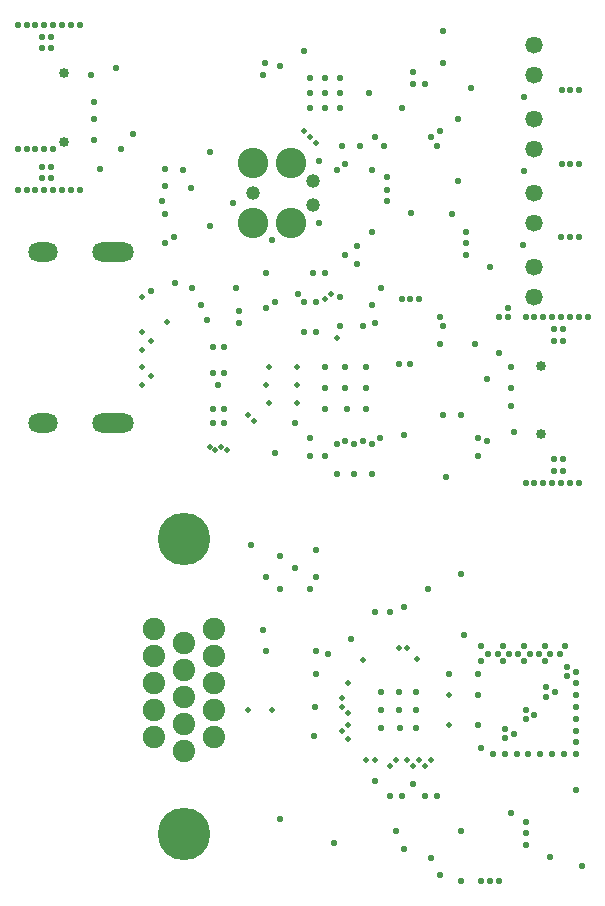
<source format=gbs>
%FSLAX46Y46*%
%MOMM*%
%AMPS11*
1,1,1.895000,0.000000,0.000000*
%
%ADD11PS11*%
%AMPS12*
1,1,4.446000,0.000000,0.000000*
%
%ADD12PS12*%
%AMPS20*
1,1,0.550000,0.000000,0.000000*
%
%ADD20PS20*%
%AMPS21*
1,1,0.500000,0.000000,0.000000*
%
%ADD21PS21*%
%AMPS18*
21,1,1.800000,1.700000,0.000000,0.000000,0.000000*
1,1,1.700000,0.900000,0.000000*
1,1,1.700000,-0.900000,0.000000*
%
%ADD18PS18*%
%AMPS19*
21,1,0.800000,1.700000,0.000000,0.000000,0.000000*
1,1,1.700000,0.400000,0.000000*
1,1,1.700000,-0.400000,0.000000*
%
%ADD19PS19*%
%AMPS14*
1,1,2.575000,0.000000,0.000000*
%
%ADD14PS14*%
%AMPS15*
1,1,2.575000,0.000000,0.000000*
%
%ADD15PS15*%
%AMPS10*
1,1,1.470000,0.000000,0.000000*
%
%ADD10PS10*%
%AMPS17*
1,1,0.850000,0.000000,0.000000*
%
%ADD17PS17*%
%AMPS13*
1,1,0.850000,0.000000,0.000000*
%
%ADD13PS13*%
%AMPS16*
1,1,1.190600,0.000000,0.000000*
%
%ADD16PS16*%
G01*
%LPD*%
G01*
%LPD*%
G75*
D10*
X36500000Y26770400D03*
D10*
X36500000Y24230401D03*
D11*
X6850000Y-18185000D03*
D11*
X4310000Y-19330000D03*
D11*
X4310000Y-10170000D03*
D11*
X4310000Y-12460000D03*
D11*
X6850000Y-11315000D03*
D11*
X4310000Y-14750000D03*
D11*
X6850000Y-13605000D03*
D11*
X9390000Y-12460000D03*
D11*
X9390000Y-17040000D03*
D11*
X6850000Y-15895000D03*
D11*
X9390000Y-19330000D03*
D11*
X9390000Y-10170000D03*
D11*
X6850000Y-20475000D03*
D11*
X4310000Y-17040000D03*
D12*
X6850000Y-27495000D03*
D12*
X6850000Y-2505000D03*
D11*
X9390000Y-14750000D03*
D10*
X36500000Y20520400D03*
D10*
X36500000Y17980401D03*
D13*
X-3320000Y36890000D03*
D13*
X-3320000Y31110000D03*
D14*
X12710000Y29290000D03*
D14*
X15885000Y29290000D03*
D15*
X12710000Y24210000D03*
D16*
X17790000Y27766000D03*
D16*
X17790000Y25734000D03*
D16*
X12710000Y26750000D03*
D15*
X15885000Y24210000D03*
D17*
X37070000Y6360000D03*
D17*
X37070000Y12140000D03*
D10*
X36500000Y33020400D03*
D10*
X36500000Y30480401D03*
D18*
X860000Y7250000D03*
D18*
X860000Y21750000D03*
D19*
X-5100000Y21750000D03*
D19*
X-5100000Y7250000D03*
D10*
X36500000Y39270400D03*
D10*
X36500000Y36730401D03*
D20*
X18750000Y10250000D03*
D20*
X24050000Y27049890D03*
D20*
X18750000Y8500000D03*
D20*
X17500000Y6000000D03*
D20*
X22750000Y17250000D03*
D20*
X11500000Y15750000D03*
D20*
X28250000Y-24250000D03*
D21*
X24250000Y-21750000D03*
D20*
X30250000Y-5500000D03*
D21*
X4000000Y11250000D03*
D21*
X26600000Y-12650000D03*
D20*
X32600000Y-12250000D03*
D20*
X28500000Y32000000D03*
D20*
X37500000Y-15900000D03*
D20*
X36000000Y-20750000D03*
D20*
X36500000Y16250000D03*
D20*
X23500000Y-15500000D03*
D21*
X20250000Y-18750000D03*
D20*
X17875000Y-19250000D03*
D20*
X14250000Y22750000D03*
D20*
X-2000000Y41000000D03*
D20*
X40250000Y23000000D03*
D20*
X18000000Y-5750000D03*
D21*
X14250000Y-17000000D03*
D20*
X38000000Y-20750000D03*
D20*
X21750000Y30750000D03*
D20*
X37000000Y-20750000D03*
D20*
X23500000Y-17000000D03*
D20*
X40500000Y-30250000D03*
D20*
X24750000Y-27250000D03*
D20*
X37800000Y-29450000D03*
D20*
X26250000Y-23250000D03*
D20*
X18750000Y35250000D03*
D20*
X22500000Y35250000D03*
D20*
X13750000Y17000000D03*
D20*
X22000000Y5750000D03*
D21*
X20750000Y-17250000D03*
D20*
X-5000000Y27000000D03*
D21*
X3250000Y13500000D03*
D20*
X29525000Y24950000D03*
D20*
X33000000Y-20750000D03*
D20*
X39000000Y-20750000D03*
D20*
X33500000Y-31500000D03*
D20*
X25125000Y-18500000D03*
D20*
X40000000Y-19750000D03*
D20*
X9000000Y30250000D03*
D21*
X27750000Y-21250000D03*
D20*
X32000000Y-31500000D03*
D20*
X40250000Y2250000D03*
D21*
X23000000Y-21250000D03*
D20*
X33875000Y-12875000D03*
D20*
X35750000Y2250000D03*
D20*
X26750000Y17750000D03*
D20*
X40000000Y-14750000D03*
D20*
X18750002Y36499999D03*
D20*
X16500000Y18250000D03*
D20*
X8750000Y16000000D03*
D20*
X26000000Y17750000D03*
D20*
X34520000Y10250000D03*
D20*
X26050000Y25049890D03*
D20*
X38000000Y16250000D03*
D20*
X23458871Y6020565D03*
D20*
X34000000Y-20750000D03*
D21*
X12250000Y7995000D03*
D21*
X16425000Y10500000D03*
D20*
X-5160000Y28000000D03*
D20*
X30750000Y23500000D03*
D20*
X18250000Y24250000D03*
D20*
X5250000Y22500000D03*
D20*
X25500000Y-28750000D03*
D20*
X16250000Y-5000000D03*
D20*
X35550000Y22375000D03*
D20*
X20000002Y35249999D03*
D20*
X33500000Y13250000D03*
D21*
X27250000Y-21750000D03*
D20*
X18750000Y20000000D03*
D20*
X35750000Y-17800000D03*
D20*
X36100000Y-12250000D03*
D20*
X9250000Y13750000D03*
D20*
X37500000Y-15100000D03*
D21*
X3250000Y17995000D03*
D20*
X-5750000Y27000000D03*
D20*
X19750000Y5500000D03*
D20*
X1095799Y37325633D03*
D20*
X35600000Y34875000D03*
D20*
X35150000Y-12250000D03*
D20*
X20500000Y5750000D03*
D20*
X17500000Y4500000D03*
D20*
X23750000Y30750000D03*
D20*
X-5000000Y41000000D03*
D20*
X22750000Y3000000D03*
D20*
X22250000Y10250000D03*
D20*
X40250000Y16250000D03*
D20*
X25000000Y-17000000D03*
D20*
X15000000Y-6750000D03*
D20*
X18000000Y17500000D03*
D20*
X9000000Y24000000D03*
D20*
X35750000Y-17000000D03*
D21*
X3250000Y15000000D03*
D21*
X3250000Y10500000D03*
D20*
X23500000Y18750000D03*
D20*
X-6500000Y30500000D03*
D20*
X5250000Y25000000D03*
D20*
X16250000Y7250000D03*
D21*
X29250000Y-18250000D03*
D20*
X17500002Y36499999D03*
D20*
X35800000Y-27450000D03*
D20*
X28750000Y40500000D03*
D20*
X40000000Y-16750000D03*
D20*
X35800000Y-26450000D03*
D20*
X-3500000Y41000000D03*
D20*
X41000000Y16250000D03*
D20*
X39500000Y2250000D03*
D20*
X23000000Y31500000D03*
D21*
X14000000Y12000000D03*
D20*
X39500000Y16250000D03*
D21*
X9000000Y5250000D03*
D21*
X16970000Y32030000D03*
D20*
X35625000Y-12875000D03*
D20*
X28500000Y-31000000D03*
D20*
X18750000Y4500000D03*
D20*
X39125000Y-11625000D03*
D20*
X-2000000Y27000000D03*
D20*
X15000000Y-26250000D03*
D21*
X16425000Y12000000D03*
D20*
X34250000Y17000000D03*
D20*
X20000000Y18000000D03*
D20*
X38650000Y-12250000D03*
D20*
X37250000Y16250000D03*
D20*
X-3500000Y27000000D03*
D20*
X30000000Y27750000D03*
D20*
X27750000Y31500000D03*
D21*
X16424686Y9000163D03*
D20*
X6075000Y19175000D03*
D21*
X20750000Y-14750000D03*
D20*
X21500000Y20750000D03*
D20*
X20500000Y29250000D03*
D21*
X12750000Y7500000D03*
D21*
X3250000Y12000000D03*
D20*
X20000002Y33999999D03*
D20*
X18000000Y-12000000D03*
D20*
X24250000Y-8750000D03*
D20*
X39250000Y-14150000D03*
D20*
X40000000Y-18750000D03*
D20*
X25500000Y-8250000D03*
D20*
X-4250000Y27000000D03*
D20*
X13750000Y20000000D03*
D20*
X18750000Y12000000D03*
D20*
X33500000Y16250000D03*
D20*
X22750000Y28750000D03*
D21*
X26250000Y-21750000D03*
D20*
X25250000Y17750000D03*
D20*
X13500000Y-10250000D03*
D20*
X30250000Y-31500000D03*
D20*
X17000000Y38750000D03*
D20*
X33400000Y-12250000D03*
D20*
X20250000Y30750000D03*
D20*
X10250000Y13750000D03*
D20*
X40300000Y29250000D03*
D20*
X39250000Y-13350000D03*
D20*
X20000000Y15500000D03*
D20*
X29000000Y2750000D03*
D20*
X-6500000Y41000000D03*
D20*
X30750000Y22500000D03*
D21*
X22250000Y-21250000D03*
D20*
X26250000Y37000000D03*
D20*
X17500002Y33999999D03*
D20*
X38000000Y2250000D03*
D20*
X24250000Y-24250000D03*
D20*
X-5160000Y40000000D03*
D20*
X31750000Y-15750000D03*
D20*
X20500000Y21500000D03*
D20*
X26000000Y12250000D03*
D20*
X-288949Y28824203D03*
D21*
X24750000Y-21225000D03*
D21*
X14000000Y9000000D03*
D20*
X9250000Y7250000D03*
D20*
X32000000Y-20250000D03*
D20*
X1500000Y30500000D03*
D20*
X-7250000Y30500000D03*
D20*
X32000000Y-11625000D03*
D21*
X20750000Y-18250000D03*
D20*
X13750000Y-5750000D03*
D20*
X18000000Y-14000000D03*
D20*
X30250000Y8000000D03*
D20*
X38250000Y-15500000D03*
D20*
X6000000Y23000000D03*
D20*
X30750000Y21500000D03*
D20*
X35800000Y-28450000D03*
D20*
X19500000Y-28250000D03*
D20*
X4961051Y26074203D03*
D20*
X23000000Y-8750000D03*
D20*
X28750000Y15500000D03*
D20*
X10250000Y7250000D03*
D20*
X22750000Y5500000D03*
D20*
X26250000Y36000000D03*
D20*
X37375000Y-11625000D03*
D20*
X26500000Y-15500000D03*
D20*
X30250000Y-27250000D03*
D21*
X29250000Y-15750000D03*
D20*
X-770000Y33000000D03*
D21*
X13750000Y10500000D03*
D21*
X12250000Y-17000000D03*
D20*
X15000000Y37500000D03*
D20*
X19750000Y28750000D03*
D20*
X32000000Y-12875000D03*
D20*
X35600000Y28625000D03*
D20*
X5211051Y28824203D03*
D20*
X2500000Y31750000D03*
D20*
X-4410000Y29000000D03*
D20*
X38750000Y16250000D03*
D20*
X34250000Y16250000D03*
D20*
X11500000Y16750000D03*
D21*
X10000000Y5250000D03*
D20*
X25250000Y34000000D03*
D20*
X18250000Y29500000D03*
D20*
X9250000Y8500000D03*
D20*
X22250000Y12000000D03*
D20*
X-4410000Y39000000D03*
D20*
X15000000Y-4000000D03*
D20*
X28500000Y14000000D03*
D20*
X17500000Y-6750000D03*
D20*
X27500000Y-6750000D03*
D20*
X20500000Y12000000D03*
D20*
X38800000Y35500000D03*
D20*
X20500000Y10250000D03*
D20*
X9250000Y11500000D03*
D20*
X27750000Y-29500000D03*
D20*
X-2750000Y41000000D03*
D20*
X38910000Y3250000D03*
D20*
X27250000Y-24250000D03*
D20*
X-5000000Y30500000D03*
D20*
X38750000Y23000000D03*
D20*
X38800000Y29250000D03*
D21*
X20250000Y-16000000D03*
D20*
X18750002Y33999999D03*
D20*
X39500000Y23000000D03*
D21*
X22000000Y-12750000D03*
D20*
X40000000Y-17750000D03*
D21*
X4000000Y14250000D03*
D20*
X4000000Y18500000D03*
D20*
X-6500000Y27000000D03*
D20*
X22250000Y8500000D03*
D20*
X-5750000Y41000000D03*
D20*
X31500000Y14000000D03*
D20*
X25500000Y6250000D03*
D20*
X-5160000Y39000000D03*
D20*
X31750000Y6000000D03*
D20*
X21000000Y-11000000D03*
D20*
X38160000Y4250000D03*
D21*
X5425000Y15825000D03*
D20*
X13750000Y-12000000D03*
D20*
X-770000Y34500000D03*
D20*
X30000000Y33000000D03*
D20*
X37250000Y2250000D03*
D20*
X32750000Y-31500000D03*
D20*
X34520000Y12000000D03*
D20*
X-1020000Y36750000D03*
D20*
X35625000Y-11625000D03*
D21*
X25750000Y-11750000D03*
D20*
X10250000Y8500000D03*
D20*
X38750000Y2250000D03*
D20*
X38160000Y15250000D03*
D20*
X23500000Y-18500000D03*
D20*
X19750000Y3000000D03*
D20*
X13500000Y36750000D03*
D20*
X33875000Y-11625000D03*
D20*
X28250000Y30750000D03*
D20*
X17750000Y20000000D03*
D20*
X31750000Y-14000000D03*
D20*
X-2750000Y27000000D03*
D20*
X24050000Y28105000D03*
D20*
X7500000Y18750000D03*
D20*
X26500000Y-17000000D03*
D20*
X34750000Y-19000000D03*
D20*
X34000000Y-19400000D03*
D20*
X11250000Y18750000D03*
D20*
X38910000Y15250000D03*
D21*
X18000000Y31000000D03*
D20*
X35000000Y-20750000D03*
D20*
X32500000Y11000000D03*
D20*
X-7250000Y27000000D03*
D20*
X14500000Y4750000D03*
D20*
X18000000Y15000000D03*
D20*
X28500000Y16250000D03*
D20*
X25000000Y12250000D03*
D20*
X23000000Y-23000000D03*
D20*
X31115000Y35635000D03*
D20*
X31750000Y4500000D03*
D21*
X26750000Y-21250000D03*
D20*
X40000000Y-13750000D03*
D20*
X38160000Y14250000D03*
D20*
X21250000Y3000000D03*
D20*
X29250000Y-14000000D03*
D20*
X31750000Y-18250000D03*
D21*
X25750000Y-21250000D03*
D20*
X38910000Y4250000D03*
D21*
X9500000Y5000000D03*
D20*
X28750000Y37750000D03*
D20*
X12500000Y-3000000D03*
D20*
X7450388Y27195104D03*
D20*
X25000000Y-15500000D03*
D20*
X39550000Y35500000D03*
D20*
X20000002Y36499999D03*
D21*
X19745000Y14500000D03*
D20*
X38160000Y3250000D03*
D20*
X8250000Y17250000D03*
D21*
X18750000Y17750000D03*
D21*
X20250000Y-16750000D03*
D20*
X36900000Y-12250000D03*
D20*
X22000000Y15500000D03*
D20*
X-4250000Y30500000D03*
D20*
X27250000Y36000000D03*
D20*
X-7250000Y41000000D03*
D20*
X37850000Y-12250000D03*
D20*
X38910000Y14250000D03*
D20*
X34500000Y-25750000D03*
D20*
X37375000Y-12875000D03*
D20*
X20625000Y8500000D03*
D21*
X10500000Y5000000D03*
D20*
X21250000Y5500000D03*
D21*
X17500000Y31530000D03*
D20*
X40000000Y-23750000D03*
D20*
X39550000Y29250000D03*
D20*
X36500000Y2250000D03*
D20*
X-5750000Y30500000D03*
D20*
X36500000Y-17400000D03*
D20*
X17900000Y-16750000D03*
D20*
X32520000Y5750000D03*
D21*
X20750000Y-19500000D03*
D20*
X30500000Y-10645000D03*
D20*
X25250000Y-24250000D03*
D20*
X28750000Y8000000D03*
D20*
X17500002Y35249999D03*
D20*
X17000000Y15000000D03*
D20*
X40300000Y35500000D03*
D20*
X-4250000Y41000000D03*
D20*
X18000000Y-3500000D03*
D20*
X34000000Y-18600000D03*
D20*
X17000000Y17500000D03*
D20*
X40000000Y-20750000D03*
D20*
X21500000Y22250000D03*
D20*
X35750000Y16250000D03*
D20*
X19000000Y-12250000D03*
D20*
X-4410000Y28000000D03*
D20*
X26500000Y-18500000D03*
D20*
X34520000Y8750000D03*
D20*
X10979680Y25879680D03*
D20*
X6750000Y28750000D03*
D20*
X40000000Y-15750000D03*
D20*
X5211051Y27324203D03*
D20*
X34350000Y-12250000D03*
D20*
X-4410000Y40000000D03*
D20*
X-770000Y31250000D03*
D20*
X10250000Y11500000D03*
D21*
X19250000Y18250000D03*
D20*
X32750000Y20500000D03*
D20*
X-5160000Y29000000D03*
D20*
X22750000Y23500000D03*
D21*
X25000000Y-11750000D03*
D20*
X13719997Y37750000D03*
D20*
X23000000Y15750000D03*
D20*
X14500000Y17500000D03*
D20*
X9750000Y10500000D03*
D20*
X24050000Y26049890D03*
D20*
X34770000Y6500000D03*
M02*

</source>
